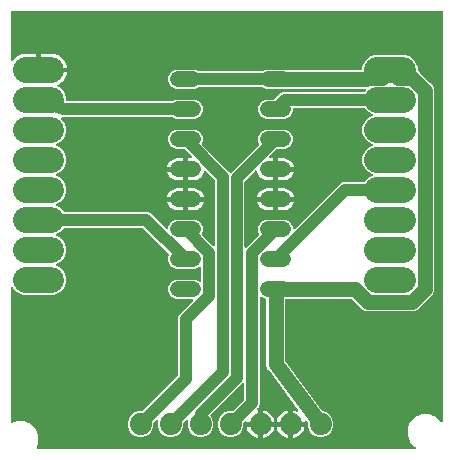
<source format=gbr>
G04 EAGLE Gerber X2 export*
%TF.Part,Single*%
%TF.FileFunction,Copper,L2,Bot,Mixed*%
%TF.FilePolarity,Positive*%
%TF.GenerationSoftware,Autodesk,EAGLE,8.6.0*%
%TF.CreationDate,2018-03-02T20:01:04Z*%
G75*
%MOMM*%
%FSLAX34Y34*%
%LPD*%
%AMOC8*
5,1,8,0,0,1.08239X$1,22.5*%
G01*
%ADD10C,1.320800*%
%ADD11C,1.879600*%
%ADD12C,2.184400*%
%ADD13C,1.016000*%
%ADD14C,1.270000*%

G36*
X340033Y4450D02*
X340033Y4450D01*
X340065Y4448D01*
X340172Y4470D01*
X340281Y4486D01*
X340310Y4499D01*
X340342Y4505D01*
X340438Y4557D01*
X340538Y4602D01*
X340562Y4623D01*
X340591Y4638D01*
X340669Y4714D01*
X340752Y4785D01*
X340770Y4812D01*
X340793Y4835D01*
X340846Y4930D01*
X340906Y5021D01*
X340916Y5052D01*
X340932Y5080D01*
X340957Y5187D01*
X340989Y5291D01*
X340989Y5323D01*
X340997Y5354D01*
X340991Y5464D01*
X340992Y5573D01*
X340984Y5604D01*
X340982Y5636D01*
X340946Y5739D01*
X340917Y5845D01*
X340900Y5872D01*
X340890Y5903D01*
X340836Y5976D01*
X340769Y6085D01*
X340733Y6117D01*
X340708Y6152D01*
X336397Y10462D01*
X334089Y16034D01*
X334089Y22066D01*
X336397Y27638D01*
X340662Y31903D01*
X346234Y34211D01*
X352266Y34211D01*
X357838Y31903D01*
X362098Y27642D01*
X362124Y27623D01*
X362145Y27598D01*
X362237Y27538D01*
X362324Y27473D01*
X362354Y27461D01*
X362381Y27444D01*
X362486Y27412D01*
X362588Y27373D01*
X362620Y27371D01*
X362651Y27361D01*
X362760Y27360D01*
X362869Y27351D01*
X362901Y27358D01*
X362933Y27358D01*
X363038Y27387D01*
X363145Y27409D01*
X363174Y27424D01*
X363205Y27433D01*
X363298Y27490D01*
X363394Y27541D01*
X363417Y27564D01*
X363445Y27581D01*
X363518Y27662D01*
X363596Y27738D01*
X363612Y27766D01*
X363634Y27790D01*
X363681Y27889D01*
X363735Y27984D01*
X363743Y28015D01*
X363757Y28044D01*
X363771Y28133D01*
X363800Y28258D01*
X363798Y28307D01*
X363804Y28349D01*
X363804Y374650D01*
X363795Y374714D01*
X363796Y374778D01*
X363775Y374853D01*
X363764Y374929D01*
X363738Y374988D01*
X363721Y375050D01*
X363680Y375116D01*
X363648Y375186D01*
X363606Y375235D01*
X363573Y375290D01*
X363515Y375342D01*
X363465Y375400D01*
X363411Y375436D01*
X363363Y375479D01*
X363294Y375512D01*
X363229Y375555D01*
X363167Y375574D01*
X363110Y375602D01*
X363040Y375613D01*
X362959Y375637D01*
X362874Y375638D01*
X362805Y375649D01*
X-905Y375649D01*
X-969Y375640D01*
X-1033Y375641D01*
X-1108Y375620D01*
X-1184Y375609D01*
X-1243Y375583D01*
X-1305Y375566D01*
X-1371Y375525D01*
X-1441Y375493D01*
X-1490Y375451D01*
X-1545Y375418D01*
X-1597Y375360D01*
X-1655Y375310D01*
X-1691Y375256D01*
X-1734Y375208D01*
X-1767Y375139D01*
X-1810Y375074D01*
X-1829Y375012D01*
X-1857Y374955D01*
X-1868Y374885D01*
X-1892Y374804D01*
X-1893Y374719D01*
X-1904Y374650D01*
X-1904Y334112D01*
X-1889Y334002D01*
X-1880Y333892D01*
X-1869Y333863D01*
X-1864Y333832D01*
X-1819Y333732D01*
X-1780Y333629D01*
X-1761Y333604D01*
X-1748Y333575D01*
X-1677Y333492D01*
X-1610Y333403D01*
X-1585Y333385D01*
X-1565Y333361D01*
X-1472Y333301D01*
X-1384Y333235D01*
X-1355Y333224D01*
X-1329Y333207D01*
X-1223Y333174D01*
X-1120Y333136D01*
X-1089Y333133D01*
X-1059Y333124D01*
X-949Y333123D01*
X-839Y333114D01*
X-808Y333121D01*
X-777Y333120D01*
X-671Y333150D01*
X-563Y333173D01*
X-535Y333187D01*
X-505Y333196D01*
X-411Y333254D01*
X-314Y333306D01*
X-293Y333327D01*
X-265Y333344D01*
X-160Y333461D01*
X-97Y333524D01*
X409Y334220D01*
X1908Y335719D01*
X3622Y336964D01*
X5510Y337926D01*
X7526Y338581D01*
X9618Y338913D01*
X19601Y338913D01*
X19601Y326450D01*
X19610Y326387D01*
X19609Y326322D01*
X19630Y326248D01*
X19641Y326171D01*
X19667Y326112D01*
X19684Y326050D01*
X19725Y325984D01*
X19757Y325914D01*
X19799Y325865D01*
X19832Y325810D01*
X19890Y325759D01*
X19940Y325700D01*
X19994Y325664D01*
X20042Y325621D01*
X20111Y325588D01*
X20176Y325545D01*
X20238Y325526D01*
X20295Y325498D01*
X20365Y325488D01*
X20446Y325463D01*
X20531Y325462D01*
X20600Y325451D01*
X21601Y325451D01*
X21601Y324450D01*
X21610Y324386D01*
X21609Y324322D01*
X21630Y324247D01*
X21641Y324171D01*
X21667Y324112D01*
X21684Y324050D01*
X21725Y323984D01*
X21757Y323914D01*
X21799Y323865D01*
X21832Y323810D01*
X21890Y323758D01*
X21940Y323700D01*
X21994Y323664D01*
X22042Y323621D01*
X22111Y323588D01*
X22176Y323545D01*
X22238Y323526D01*
X22296Y323498D01*
X22365Y323487D01*
X22446Y323463D01*
X22531Y323462D01*
X22600Y323451D01*
X45836Y323451D01*
X45663Y322361D01*
X45653Y322298D01*
X44998Y320282D01*
X44036Y318394D01*
X42791Y316680D01*
X41292Y315181D01*
X39578Y313936D01*
X37898Y313080D01*
X37870Y313060D01*
X37865Y313058D01*
X37858Y313051D01*
X37788Y313002D01*
X37678Y312927D01*
X37673Y312921D01*
X37667Y312917D01*
X37584Y312813D01*
X37498Y312709D01*
X37495Y312703D01*
X37491Y312697D01*
X37440Y312573D01*
X37387Y312450D01*
X37386Y312443D01*
X37383Y312436D01*
X37369Y312303D01*
X37352Y312170D01*
X37354Y312163D01*
X37353Y312156D01*
X37376Y312024D01*
X37397Y311892D01*
X37401Y311885D01*
X37402Y311878D01*
X37461Y311759D01*
X37518Y311637D01*
X37523Y311632D01*
X37526Y311625D01*
X37617Y311527D01*
X37706Y311426D01*
X37712Y311423D01*
X37717Y311417D01*
X37958Y311271D01*
X37964Y311269D01*
X37969Y311266D01*
X39573Y310602D01*
X43074Y307101D01*
X44969Y302526D01*
X44969Y299704D01*
X44978Y299640D01*
X44977Y299576D01*
X44998Y299501D01*
X45009Y299425D01*
X45035Y299366D01*
X45052Y299304D01*
X45093Y299238D01*
X45125Y299168D01*
X45167Y299119D01*
X45200Y299064D01*
X45258Y299012D01*
X45308Y298954D01*
X45362Y298918D01*
X45410Y298875D01*
X45479Y298842D01*
X45544Y298799D01*
X45606Y298780D01*
X45663Y298752D01*
X45733Y298741D01*
X45814Y298717D01*
X45899Y298716D01*
X45968Y298705D01*
X134141Y298705D01*
X134236Y298718D01*
X134332Y298723D01*
X134375Y298738D01*
X134420Y298745D01*
X134508Y298784D01*
X134599Y298816D01*
X134633Y298841D01*
X134677Y298861D01*
X134774Y298944D01*
X134836Y298989D01*
X137829Y300229D01*
X154271Y300229D01*
X157259Y298991D01*
X159545Y296705D01*
X160783Y293717D01*
X160783Y290483D01*
X159545Y287495D01*
X157259Y285209D01*
X154271Y283971D01*
X137829Y283971D01*
X134837Y285211D01*
X134771Y285260D01*
X134699Y285325D01*
X134659Y285345D01*
X134622Y285372D01*
X134532Y285406D01*
X134446Y285448D01*
X134404Y285454D01*
X134358Y285471D01*
X134231Y285481D01*
X134141Y285495D01*
X42133Y285495D01*
X42122Y285494D01*
X42111Y285495D01*
X41679Y285486D01*
X41658Y285482D01*
X41637Y285484D01*
X41519Y285459D01*
X41401Y285440D01*
X41382Y285430D01*
X41361Y285426D01*
X41255Y285370D01*
X41146Y285318D01*
X41131Y285304D01*
X41112Y285294D01*
X41026Y285210D01*
X40936Y285130D01*
X40925Y285112D01*
X40910Y285097D01*
X40851Y284992D01*
X40787Y284890D01*
X40781Y284870D01*
X40771Y284852D01*
X40743Y284735D01*
X40711Y284619D01*
X40711Y284598D01*
X40706Y284577D01*
X40712Y284457D01*
X40713Y284337D01*
X40719Y284317D01*
X40720Y284295D01*
X40760Y284182D01*
X40794Y284067D01*
X40806Y284049D01*
X40813Y284029D01*
X40866Y283955D01*
X40947Y283830D01*
X40975Y283806D01*
X40994Y283780D01*
X43074Y281701D01*
X44969Y277126D01*
X44969Y272174D01*
X43074Y267599D01*
X39573Y264098D01*
X36615Y262873D01*
X36587Y262857D01*
X36557Y262847D01*
X36466Y262785D01*
X36372Y262730D01*
X36350Y262706D01*
X36324Y262688D01*
X36254Y262604D01*
X36179Y262524D01*
X36165Y262495D01*
X36144Y262470D01*
X36101Y262370D01*
X36052Y262272D01*
X36046Y262241D01*
X36033Y262211D01*
X36020Y262103D01*
X35999Y261995D01*
X36002Y261963D01*
X35998Y261931D01*
X36016Y261823D01*
X36026Y261715D01*
X36038Y261685D01*
X36043Y261653D01*
X36090Y261554D01*
X36131Y261453D01*
X36151Y261427D01*
X36165Y261398D01*
X36237Y261316D01*
X36304Y261230D01*
X36331Y261211D01*
X36352Y261187D01*
X36429Y261140D01*
X36533Y261065D01*
X36579Y261049D01*
X36615Y261027D01*
X39573Y259802D01*
X43074Y256301D01*
X44969Y251726D01*
X44969Y246774D01*
X43074Y242199D01*
X39573Y238698D01*
X36615Y237473D01*
X36587Y237457D01*
X36557Y237447D01*
X36466Y237385D01*
X36372Y237330D01*
X36350Y237306D01*
X36324Y237288D01*
X36254Y237204D01*
X36179Y237124D01*
X36165Y237095D01*
X36144Y237070D01*
X36101Y236970D01*
X36052Y236872D01*
X36046Y236841D01*
X36033Y236811D01*
X36020Y236703D01*
X35999Y236595D01*
X36002Y236563D01*
X35998Y236531D01*
X36016Y236423D01*
X36026Y236315D01*
X36038Y236285D01*
X36043Y236253D01*
X36090Y236154D01*
X36131Y236053D01*
X36151Y236027D01*
X36165Y235998D01*
X36237Y235916D01*
X36304Y235830D01*
X36331Y235811D01*
X36352Y235787D01*
X36429Y235740D01*
X36533Y235665D01*
X36579Y235649D01*
X36615Y235627D01*
X39573Y234402D01*
X43074Y230901D01*
X44969Y226326D01*
X44969Y221374D01*
X43074Y216799D01*
X39573Y213298D01*
X36615Y212073D01*
X36587Y212057D01*
X36557Y212047D01*
X36466Y211985D01*
X36372Y211930D01*
X36350Y211906D01*
X36324Y211888D01*
X36254Y211804D01*
X36179Y211724D01*
X36165Y211695D01*
X36144Y211670D01*
X36101Y211570D01*
X36052Y211472D01*
X36046Y211441D01*
X36033Y211411D01*
X36020Y211303D01*
X35999Y211195D01*
X36002Y211163D01*
X35998Y211131D01*
X36016Y211023D01*
X36026Y210915D01*
X36038Y210885D01*
X36043Y210853D01*
X36090Y210754D01*
X36131Y210653D01*
X36151Y210627D01*
X36165Y210598D01*
X36237Y210516D01*
X36304Y210430D01*
X36331Y210411D01*
X36352Y210387D01*
X36429Y210340D01*
X36533Y210265D01*
X36579Y210249D01*
X36615Y210227D01*
X39573Y209002D01*
X43156Y205418D01*
X43158Y205414D01*
X43175Y205399D01*
X43214Y205360D01*
X43239Y205341D01*
X43256Y205326D01*
X43351Y205237D01*
X43360Y205232D01*
X43368Y205225D01*
X43486Y205168D01*
X43603Y205109D01*
X43613Y205107D01*
X43622Y205102D01*
X43699Y205090D01*
X43880Y205056D01*
X43904Y205058D01*
X43926Y205055D01*
X114014Y205055D01*
X116441Y204049D01*
X129611Y190879D01*
X129637Y190860D01*
X129658Y190835D01*
X129750Y190775D01*
X129837Y190710D01*
X129867Y190698D01*
X129894Y190681D01*
X129999Y190649D01*
X130101Y190610D01*
X130133Y190608D01*
X130164Y190598D01*
X130273Y190597D01*
X130382Y190588D01*
X130414Y190595D01*
X130446Y190595D01*
X130551Y190624D01*
X130658Y190646D01*
X130687Y190661D01*
X130718Y190670D01*
X130811Y190727D01*
X130907Y190779D01*
X130930Y190801D01*
X130958Y190818D01*
X131031Y190899D01*
X131109Y190975D01*
X131125Y191003D01*
X131147Y191027D01*
X131194Y191126D01*
X131248Y191221D01*
X131256Y191252D01*
X131270Y191281D01*
X131284Y191370D01*
X131313Y191495D01*
X131311Y191544D01*
X131317Y191586D01*
X131317Y192117D01*
X132555Y195105D01*
X134841Y197391D01*
X137829Y198629D01*
X154271Y198629D01*
X157259Y197391D01*
X159545Y195105D01*
X160783Y192117D01*
X160783Y188883D01*
X159898Y186748D01*
X159896Y186738D01*
X159891Y186730D01*
X159861Y186601D01*
X159828Y186474D01*
X159828Y186465D01*
X159826Y186456D01*
X159833Y186323D01*
X159837Y186193D01*
X159840Y186184D01*
X159841Y186174D01*
X159884Y186049D01*
X159925Y185924D01*
X159930Y185917D01*
X159933Y185908D01*
X159978Y185846D01*
X160083Y185691D01*
X160102Y185676D01*
X160115Y185659D01*
X169235Y176538D01*
X169261Y176519D01*
X169282Y176494D01*
X169374Y176434D01*
X169461Y176369D01*
X169491Y176357D01*
X169518Y176340D01*
X169623Y176308D01*
X169725Y176269D01*
X169757Y176267D01*
X169788Y176257D01*
X169897Y176256D01*
X170006Y176247D01*
X170038Y176254D01*
X170070Y176254D01*
X170175Y176283D01*
X170282Y176305D01*
X170311Y176320D01*
X170342Y176329D01*
X170435Y176386D01*
X170531Y176437D01*
X170554Y176460D01*
X170582Y176477D01*
X170655Y176558D01*
X170733Y176634D01*
X170749Y176662D01*
X170771Y176686D01*
X170818Y176784D01*
X170872Y176880D01*
X170880Y176911D01*
X170894Y176940D01*
X170908Y177029D01*
X170937Y177154D01*
X170935Y177203D01*
X170941Y177245D01*
X170941Y231937D01*
X170928Y232032D01*
X170923Y232128D01*
X170908Y232171D01*
X170901Y232216D01*
X170862Y232304D01*
X170830Y232395D01*
X170805Y232429D01*
X170785Y232473D01*
X170702Y232571D01*
X170649Y232644D01*
X163302Y239990D01*
X163242Y240035D01*
X163188Y240088D01*
X163130Y240120D01*
X163077Y240160D01*
X163006Y240186D01*
X162939Y240222D01*
X162875Y240236D01*
X162813Y240259D01*
X162737Y240265D01*
X162664Y240281D01*
X162598Y240276D01*
X162532Y240281D01*
X162458Y240265D01*
X162382Y240260D01*
X162320Y240237D01*
X162255Y240223D01*
X162189Y240188D01*
X162118Y240161D01*
X162065Y240122D01*
X162007Y240091D01*
X161952Y240038D01*
X161892Y239993D01*
X161852Y239940D01*
X161804Y239894D01*
X161767Y239828D01*
X161722Y239768D01*
X161702Y239716D01*
X161688Y239693D01*
X161685Y239682D01*
X161665Y239649D01*
X161643Y239553D01*
X161616Y239479D01*
X161447Y238633D01*
X160758Y236968D01*
X159757Y235470D01*
X158484Y234197D01*
X156986Y233196D01*
X155321Y232507D01*
X153555Y232155D01*
X148049Y232155D01*
X148049Y240300D01*
X148041Y240361D01*
X148041Y240397D01*
X148041Y240398D01*
X148041Y240428D01*
X148020Y240502D01*
X148009Y240579D01*
X147983Y240638D01*
X147966Y240700D01*
X147925Y240766D01*
X147893Y240836D01*
X147851Y240885D01*
X147818Y240940D01*
X147760Y240991D01*
X147710Y241050D01*
X147656Y241086D01*
X147608Y241129D01*
X147539Y241162D01*
X147474Y241205D01*
X147412Y241224D01*
X147355Y241252D01*
X147285Y241262D01*
X147204Y241287D01*
X147119Y241288D01*
X147050Y241299D01*
X146049Y241299D01*
X146049Y241301D01*
X147050Y241301D01*
X147114Y241310D01*
X147178Y241309D01*
X147253Y241330D01*
X147329Y241341D01*
X147388Y241367D01*
X147450Y241384D01*
X147516Y241425D01*
X147586Y241457D01*
X147635Y241499D01*
X147690Y241532D01*
X147742Y241590D01*
X147800Y241640D01*
X147836Y241694D01*
X147879Y241742D01*
X147912Y241811D01*
X147955Y241876D01*
X147974Y241938D01*
X148002Y241996D01*
X148012Y242065D01*
X148037Y242146D01*
X148038Y242231D01*
X148049Y242300D01*
X148049Y250445D01*
X150435Y250445D01*
X150467Y250449D01*
X150499Y250447D01*
X150606Y250469D01*
X150715Y250485D01*
X150744Y250498D01*
X150775Y250504D01*
X150872Y250556D01*
X150971Y250601D01*
X150996Y250622D01*
X151024Y250637D01*
X151103Y250713D01*
X151186Y250784D01*
X151203Y250811D01*
X151226Y250834D01*
X151280Y250929D01*
X151340Y251020D01*
X151350Y251051D01*
X151366Y251079D01*
X151391Y251186D01*
X151423Y251290D01*
X151423Y251322D01*
X151430Y251353D01*
X151425Y251463D01*
X151426Y251572D01*
X151418Y251603D01*
X151416Y251635D01*
X151380Y251738D01*
X151351Y251844D01*
X151334Y251871D01*
X151324Y251902D01*
X151270Y251975D01*
X151203Y252084D01*
X151167Y252116D01*
X151142Y252151D01*
X145014Y258279D01*
X144937Y258336D01*
X144866Y258401D01*
X144825Y258421D01*
X144788Y258448D01*
X144698Y258482D01*
X144612Y258524D01*
X144570Y258530D01*
X144524Y258547D01*
X144397Y258557D01*
X144307Y258571D01*
X137829Y258571D01*
X134841Y259809D01*
X132555Y262095D01*
X131317Y265083D01*
X131317Y268317D01*
X132555Y271305D01*
X134841Y273591D01*
X137829Y274829D01*
X154271Y274829D01*
X157259Y273591D01*
X159545Y271305D01*
X160783Y268317D01*
X160783Y265083D01*
X159898Y262948D01*
X159896Y262938D01*
X159891Y262930D01*
X159861Y262801D01*
X159828Y262674D01*
X159828Y262665D01*
X159826Y262656D01*
X159833Y262523D01*
X159837Y262393D01*
X159840Y262384D01*
X159841Y262374D01*
X159884Y262249D01*
X159925Y262124D01*
X159930Y262117D01*
X159933Y262108D01*
X159978Y262046D01*
X160083Y261891D01*
X160102Y261876D01*
X160115Y261859D01*
X181147Y240827D01*
X183164Y238809D01*
X183188Y238770D01*
X183243Y238665D01*
X183259Y238649D01*
X183271Y238629D01*
X183357Y238548D01*
X183440Y238463D01*
X183460Y238452D01*
X183477Y238436D01*
X183582Y238382D01*
X183685Y238324D01*
X183708Y238319D01*
X183728Y238308D01*
X183844Y238286D01*
X183960Y238259D01*
X183983Y238260D01*
X184005Y238256D01*
X184123Y238267D01*
X184242Y238273D01*
X184263Y238281D01*
X184286Y238283D01*
X184396Y238327D01*
X184508Y238366D01*
X184525Y238378D01*
X184548Y238387D01*
X184592Y238422D01*
X184602Y238426D01*
X184647Y238465D01*
X184695Y238502D01*
X184757Y238548D01*
X185629Y239420D01*
X208151Y261941D01*
X208157Y261949D01*
X208164Y261955D01*
X208241Y262062D01*
X208320Y262167D01*
X208324Y262176D01*
X208329Y262184D01*
X208373Y262307D01*
X208420Y262431D01*
X208420Y262440D01*
X208424Y262449D01*
X208431Y262581D01*
X208442Y262712D01*
X208440Y262721D01*
X208440Y262731D01*
X208422Y262806D01*
X208384Y262988D01*
X208373Y263009D01*
X208368Y263030D01*
X207517Y265083D01*
X207517Y268317D01*
X208755Y271305D01*
X211041Y273591D01*
X214029Y274829D01*
X230471Y274829D01*
X233459Y273591D01*
X235745Y271305D01*
X236983Y268317D01*
X236983Y265083D01*
X235745Y262095D01*
X233459Y259809D01*
X230471Y258571D01*
X223876Y258571D01*
X223781Y258558D01*
X223685Y258553D01*
X223641Y258538D01*
X223596Y258531D01*
X223509Y258492D01*
X223418Y258460D01*
X223384Y258435D01*
X223340Y258415D01*
X223242Y258332D01*
X223169Y258279D01*
X217041Y252151D01*
X217022Y252125D01*
X216997Y252104D01*
X216937Y252012D01*
X216872Y251925D01*
X216860Y251895D01*
X216843Y251868D01*
X216811Y251763D01*
X216772Y251661D01*
X216770Y251629D01*
X216760Y251598D01*
X216759Y251489D01*
X216750Y251380D01*
X216757Y251348D01*
X216757Y251316D01*
X216786Y251211D01*
X216808Y251104D01*
X216823Y251075D01*
X216832Y251044D01*
X216889Y250951D01*
X216941Y250855D01*
X216963Y250832D01*
X216980Y250804D01*
X217061Y250731D01*
X217137Y250653D01*
X217165Y250637D01*
X217189Y250615D01*
X217288Y250568D01*
X217383Y250514D01*
X217414Y250506D01*
X217443Y250492D01*
X217532Y250478D01*
X217657Y250449D01*
X217706Y250451D01*
X217748Y250445D01*
X220251Y250445D01*
X220251Y242300D01*
X220260Y242237D01*
X220259Y242172D01*
X220280Y242098D01*
X220291Y242021D01*
X220317Y241962D01*
X220334Y241900D01*
X220375Y241834D01*
X220407Y241764D01*
X220449Y241715D01*
X220482Y241660D01*
X220540Y241609D01*
X220590Y241550D01*
X220644Y241514D01*
X220692Y241471D01*
X220761Y241438D01*
X220826Y241395D01*
X220888Y241376D01*
X220945Y241348D01*
X221015Y241338D01*
X221096Y241313D01*
X221181Y241312D01*
X221250Y241301D01*
X222251Y241301D01*
X222251Y241299D01*
X221250Y241299D01*
X221186Y241290D01*
X221122Y241291D01*
X221047Y241270D01*
X220971Y241259D01*
X220912Y241233D01*
X220850Y241216D01*
X220784Y241175D01*
X220714Y241143D01*
X220665Y241101D01*
X220610Y241068D01*
X220558Y241010D01*
X220500Y240960D01*
X220464Y240906D01*
X220421Y240858D01*
X220388Y240789D01*
X220345Y240724D01*
X220326Y240662D01*
X220298Y240604D01*
X220287Y240535D01*
X220263Y240454D01*
X220262Y240369D01*
X220251Y240300D01*
X220251Y232155D01*
X214745Y232155D01*
X212979Y232507D01*
X211314Y233196D01*
X209816Y234197D01*
X208543Y235470D01*
X207542Y236968D01*
X206853Y238633D01*
X206665Y239576D01*
X206640Y239648D01*
X206624Y239721D01*
X206593Y239780D01*
X206571Y239842D01*
X206527Y239904D01*
X206492Y239970D01*
X206446Y240018D01*
X206407Y240072D01*
X206348Y240118D01*
X206295Y240172D01*
X206238Y240205D01*
X206186Y240246D01*
X206116Y240274D01*
X206050Y240311D01*
X205986Y240327D01*
X205924Y240351D01*
X205849Y240359D01*
X205775Y240376D01*
X205709Y240373D01*
X205643Y240380D01*
X205569Y240366D01*
X205494Y240362D01*
X205431Y240340D01*
X205366Y240328D01*
X205299Y240294D01*
X205227Y240270D01*
X205178Y240234D01*
X205114Y240202D01*
X205042Y240134D01*
X204978Y240088D01*
X196127Y231237D01*
X196070Y231160D01*
X196005Y231089D01*
X195985Y231048D01*
X195958Y231011D01*
X195924Y230921D01*
X195882Y230835D01*
X195876Y230793D01*
X195859Y230747D01*
X195849Y230620D01*
X195835Y230530D01*
X195835Y175721D01*
X195839Y175689D01*
X195837Y175657D01*
X195859Y175550D01*
X195875Y175441D01*
X195888Y175412D01*
X195894Y175380D01*
X195946Y175284D01*
X195991Y175184D01*
X196012Y175160D01*
X196027Y175131D01*
X196103Y175053D01*
X196174Y174970D01*
X196201Y174952D01*
X196224Y174929D01*
X196319Y174876D01*
X196410Y174816D01*
X196441Y174806D01*
X196469Y174790D01*
X196575Y174765D01*
X196680Y174733D01*
X196712Y174733D01*
X196743Y174725D01*
X196853Y174731D01*
X196962Y174730D01*
X196993Y174738D01*
X197025Y174740D01*
X197128Y174776D01*
X197234Y174805D01*
X197261Y174822D01*
X197292Y174832D01*
X197365Y174886D01*
X197474Y174953D01*
X197506Y174989D01*
X197541Y175014D01*
X198837Y176311D01*
X208185Y185659D01*
X208191Y185666D01*
X208198Y185672D01*
X208276Y185779D01*
X208355Y185884D01*
X208358Y185893D01*
X208363Y185901D01*
X208407Y186024D01*
X208454Y186148D01*
X208455Y186158D01*
X208458Y186167D01*
X208466Y186298D01*
X208476Y186429D01*
X208474Y186439D01*
X208474Y186448D01*
X208456Y186523D01*
X208418Y186705D01*
X208407Y186727D01*
X208402Y186748D01*
X207517Y188883D01*
X207517Y192117D01*
X208755Y195105D01*
X211041Y197391D01*
X214029Y198629D01*
X230471Y198629D01*
X233459Y197391D01*
X235745Y195105D01*
X236983Y192117D01*
X236983Y191586D01*
X236987Y191554D01*
X236985Y191522D01*
X237007Y191415D01*
X237023Y191306D01*
X237036Y191277D01*
X237042Y191245D01*
X237094Y191149D01*
X237139Y191049D01*
X237160Y191025D01*
X237175Y190997D01*
X237251Y190918D01*
X237322Y190835D01*
X237349Y190818D01*
X237372Y190794D01*
X237467Y190741D01*
X237558Y190681D01*
X237589Y190671D01*
X237617Y190655D01*
X237724Y190630D01*
X237828Y190598D01*
X237860Y190598D01*
X237891Y190590D01*
X238001Y190596D01*
X238110Y190595D01*
X238141Y190603D01*
X238173Y190605D01*
X238276Y190641D01*
X238382Y190670D01*
X238409Y190687D01*
X238440Y190697D01*
X238513Y190751D01*
X238622Y190818D01*
X238654Y190854D01*
X238689Y190879D01*
X275260Y227451D01*
X277259Y229449D01*
X279686Y230455D01*
X296774Y230455D01*
X296784Y230456D01*
X296794Y230455D01*
X296924Y230476D01*
X297053Y230495D01*
X297062Y230499D01*
X297072Y230500D01*
X297191Y230557D01*
X297310Y230611D01*
X297318Y230617D01*
X297327Y230622D01*
X297425Y230709D01*
X297477Y230754D01*
X297486Y230760D01*
X297493Y230767D01*
X297524Y230794D01*
X297530Y230803D01*
X297537Y230809D01*
X297541Y230815D01*
X301127Y234402D01*
X304085Y235627D01*
X304113Y235643D01*
X304143Y235653D01*
X304234Y235715D01*
X304328Y235770D01*
X304350Y235794D01*
X304376Y235812D01*
X304446Y235896D01*
X304521Y235976D01*
X304535Y236005D01*
X304556Y236030D01*
X304599Y236130D01*
X304648Y236228D01*
X304654Y236259D01*
X304667Y236289D01*
X304680Y236397D01*
X304701Y236505D01*
X304698Y236537D01*
X304702Y236569D01*
X304684Y236677D01*
X304674Y236785D01*
X304662Y236815D01*
X304657Y236847D01*
X304610Y236946D01*
X304569Y237047D01*
X304549Y237073D01*
X304535Y237102D01*
X304463Y237184D01*
X304396Y237270D01*
X304369Y237289D01*
X304348Y237313D01*
X304271Y237360D01*
X304167Y237435D01*
X304121Y237451D01*
X304085Y237473D01*
X301127Y238698D01*
X297626Y242199D01*
X295731Y246774D01*
X295731Y251726D01*
X297626Y256301D01*
X301127Y259802D01*
X304085Y261027D01*
X304113Y261043D01*
X304143Y261053D01*
X304234Y261115D01*
X304328Y261170D01*
X304350Y261194D01*
X304376Y261212D01*
X304446Y261296D01*
X304521Y261376D01*
X304535Y261405D01*
X304556Y261430D01*
X304599Y261530D01*
X304648Y261628D01*
X304654Y261659D01*
X304667Y261689D01*
X304680Y261797D01*
X304701Y261905D01*
X304698Y261937D01*
X304702Y261969D01*
X304684Y262077D01*
X304674Y262185D01*
X304662Y262215D01*
X304657Y262247D01*
X304610Y262346D01*
X304569Y262447D01*
X304549Y262473D01*
X304535Y262502D01*
X304463Y262584D01*
X304396Y262670D01*
X304369Y262689D01*
X304348Y262713D01*
X304271Y262760D01*
X304167Y262835D01*
X304121Y262851D01*
X304085Y262873D01*
X301127Y264098D01*
X297626Y267599D01*
X295731Y272174D01*
X295731Y277126D01*
X297626Y281701D01*
X301127Y285202D01*
X304085Y286427D01*
X304113Y286443D01*
X304143Y286453D01*
X304234Y286515D01*
X304328Y286570D01*
X304350Y286594D01*
X304376Y286612D01*
X304446Y286696D01*
X304521Y286776D01*
X304535Y286805D01*
X304556Y286830D01*
X304599Y286930D01*
X304648Y287028D01*
X304654Y287059D01*
X304667Y287089D01*
X304680Y287197D01*
X304701Y287305D01*
X304698Y287337D01*
X304702Y287369D01*
X304684Y287477D01*
X304674Y287585D01*
X304662Y287615D01*
X304657Y287647D01*
X304610Y287746D01*
X304569Y287847D01*
X304549Y287873D01*
X304535Y287902D01*
X304463Y287984D01*
X304396Y288070D01*
X304369Y288089D01*
X304348Y288113D01*
X304271Y288160D01*
X304167Y288235D01*
X304121Y288251D01*
X304085Y288273D01*
X301127Y289498D01*
X297544Y293082D01*
X297542Y293086D01*
X297525Y293101D01*
X297486Y293140D01*
X297461Y293159D01*
X297444Y293174D01*
X297349Y293263D01*
X297340Y293268D01*
X297332Y293275D01*
X297214Y293332D01*
X297097Y293391D01*
X297087Y293393D01*
X297078Y293398D01*
X297001Y293410D01*
X296820Y293444D01*
X296796Y293442D01*
X296774Y293445D01*
X237982Y293445D01*
X237918Y293436D01*
X237854Y293437D01*
X237779Y293416D01*
X237703Y293405D01*
X237644Y293379D01*
X237582Y293362D01*
X237516Y293321D01*
X237446Y293289D01*
X237397Y293247D01*
X237342Y293214D01*
X237290Y293156D01*
X237232Y293106D01*
X237196Y293052D01*
X237153Y293004D01*
X237120Y292935D01*
X237077Y292870D01*
X237058Y292808D01*
X237030Y292751D01*
X237019Y292681D01*
X236995Y292600D01*
X236994Y292515D01*
X236983Y292446D01*
X236983Y290483D01*
X235745Y287495D01*
X233459Y285209D01*
X230471Y283971D01*
X214029Y283971D01*
X211041Y285209D01*
X208755Y287495D01*
X207517Y290483D01*
X207517Y293717D01*
X208755Y296705D01*
X211041Y298991D01*
X214029Y300229D01*
X220624Y300229D01*
X220719Y300242D01*
X220815Y300247D01*
X220859Y300262D01*
X220904Y300269D01*
X220991Y300308D01*
X221082Y300340D01*
X221116Y300365D01*
X221160Y300385D01*
X221258Y300468D01*
X221331Y300521D01*
X226459Y305649D01*
X228886Y306655D01*
X296774Y306655D01*
X296784Y306656D01*
X296794Y306655D01*
X296924Y306676D01*
X297053Y306695D01*
X297062Y306699D01*
X297072Y306700D01*
X297191Y306757D01*
X297310Y306811D01*
X297318Y306817D01*
X297327Y306822D01*
X297425Y306909D01*
X297477Y306954D01*
X297486Y306960D01*
X297493Y306968D01*
X297524Y306994D01*
X297530Y307003D01*
X297537Y307009D01*
X297541Y307015D01*
X298445Y307919D01*
X298464Y307945D01*
X298489Y307966D01*
X298549Y308058D01*
X298614Y308145D01*
X298626Y308175D01*
X298643Y308202D01*
X298675Y308307D01*
X298714Y308409D01*
X298716Y308441D01*
X298726Y308472D01*
X298727Y308581D01*
X298736Y308690D01*
X298729Y308722D01*
X298730Y308754D01*
X298700Y308859D01*
X298678Y308966D01*
X298663Y308995D01*
X298654Y309026D01*
X298597Y309119D01*
X298546Y309215D01*
X298523Y309238D01*
X298506Y309266D01*
X298425Y309339D01*
X298349Y309417D01*
X298321Y309433D01*
X298297Y309455D01*
X298199Y309502D01*
X298104Y309556D01*
X298072Y309564D01*
X298043Y309578D01*
X297954Y309592D01*
X297829Y309621D01*
X297781Y309619D01*
X297739Y309625D01*
X231283Y309625D01*
X231242Y309619D01*
X231200Y309622D01*
X231116Y309602D01*
X231004Y309585D01*
X230950Y309561D01*
X230900Y309549D01*
X230471Y309371D01*
X214029Y309371D01*
X211037Y310611D01*
X210971Y310660D01*
X210899Y310725D01*
X210858Y310745D01*
X210822Y310772D01*
X210732Y310806D01*
X210646Y310848D01*
X210604Y310854D01*
X210558Y310871D01*
X210431Y310881D01*
X210341Y310895D01*
X157959Y310895D01*
X157864Y310882D01*
X157768Y310877D01*
X157725Y310862D01*
X157680Y310855D01*
X157592Y310816D01*
X157501Y310784D01*
X157467Y310759D01*
X157423Y310739D01*
X157325Y310656D01*
X157264Y310611D01*
X154271Y309371D01*
X137829Y309371D01*
X134841Y310609D01*
X132555Y312895D01*
X131317Y315883D01*
X131317Y319117D01*
X132555Y322105D01*
X134841Y324391D01*
X137829Y325629D01*
X154271Y325629D01*
X157263Y324389D01*
X157329Y324340D01*
X157401Y324275D01*
X157442Y324255D01*
X157478Y324228D01*
X157568Y324194D01*
X157654Y324152D01*
X157696Y324146D01*
X157742Y324129D01*
X157869Y324119D01*
X157959Y324105D01*
X210341Y324105D01*
X210436Y324118D01*
X210532Y324123D01*
X210575Y324138D01*
X210620Y324145D01*
X210708Y324184D01*
X210799Y324216D01*
X210833Y324241D01*
X210877Y324261D01*
X210975Y324344D01*
X211036Y324389D01*
X214029Y325629D01*
X230471Y325629D01*
X230900Y325451D01*
X230941Y325440D01*
X230978Y325422D01*
X231063Y325409D01*
X231174Y325381D01*
X231232Y325383D01*
X231283Y325375D01*
X294732Y325375D01*
X294796Y325384D01*
X294860Y325383D01*
X294935Y325404D01*
X295011Y325415D01*
X295070Y325441D01*
X295132Y325458D01*
X295198Y325499D01*
X295268Y325531D01*
X295317Y325573D01*
X295372Y325606D01*
X295424Y325664D01*
X295482Y325714D01*
X295518Y325768D01*
X295561Y325816D01*
X295594Y325885D01*
X295637Y325950D01*
X295656Y326012D01*
X295684Y326069D01*
X295695Y326139D01*
X295719Y326220D01*
X295720Y326305D01*
X295731Y326374D01*
X295731Y327926D01*
X297626Y332501D01*
X301127Y336002D01*
X305702Y337897D01*
X332498Y337897D01*
X337073Y336002D01*
X340574Y332501D01*
X342469Y327926D01*
X342469Y325735D01*
X342482Y325640D01*
X342487Y325544D01*
X342502Y325501D01*
X342509Y325456D01*
X342548Y325368D01*
X342580Y325278D01*
X342605Y325243D01*
X342625Y325199D01*
X342708Y325102D01*
X342761Y325029D01*
X344624Y323166D01*
X353138Y314652D01*
X355494Y312296D01*
X356693Y309402D01*
X356693Y138298D01*
X355494Y135404D01*
X353138Y133048D01*
X344624Y124534D01*
X342268Y122178D01*
X339374Y120979D01*
X298826Y120979D01*
X295932Y122178D01*
X286577Y131533D01*
X286501Y131590D01*
X286429Y131655D01*
X286388Y131675D01*
X286352Y131702D01*
X286262Y131736D01*
X286175Y131778D01*
X286133Y131784D01*
X286088Y131801D01*
X285960Y131811D01*
X285871Y131825D01*
X231283Y131825D01*
X231242Y131819D01*
X231200Y131822D01*
X231116Y131802D01*
X231004Y131785D01*
X230950Y131761D01*
X230901Y131749D01*
X230742Y131683D01*
X230733Y131679D01*
X230724Y131676D01*
X230612Y131607D01*
X230499Y131540D01*
X230492Y131533D01*
X230484Y131528D01*
X230396Y131430D01*
X230306Y131334D01*
X230302Y131326D01*
X230295Y131319D01*
X230238Y131200D01*
X230178Y131083D01*
X230176Y131073D01*
X230172Y131065D01*
X230160Y130988D01*
X230126Y130806D01*
X230128Y130782D01*
X230125Y130760D01*
X230125Y79158D01*
X230128Y79133D01*
X230126Y79107D01*
X230148Y78994D01*
X230165Y78879D01*
X230175Y78856D01*
X230180Y78831D01*
X230223Y78750D01*
X230281Y78622D01*
X230307Y78591D01*
X230325Y78558D01*
X261702Y36722D01*
X261720Y36704D01*
X261733Y36682D01*
X261819Y36605D01*
X261901Y36523D01*
X261923Y36511D01*
X261943Y36493D01*
X262047Y36443D01*
X262148Y36387D01*
X262173Y36382D01*
X262196Y36370D01*
X262287Y36356D01*
X262423Y36326D01*
X262465Y36328D01*
X262501Y36323D01*
X262523Y36323D01*
X266537Y34660D01*
X269610Y31587D01*
X271273Y27573D01*
X271273Y23227D01*
X269610Y19213D01*
X266537Y16140D01*
X262523Y14477D01*
X258177Y14477D01*
X254163Y16140D01*
X251090Y19213D01*
X249427Y23227D01*
X249427Y26506D01*
X249424Y26531D01*
X249426Y26557D01*
X249404Y26670D01*
X249387Y26785D01*
X249377Y26808D01*
X249372Y26833D01*
X249329Y26915D01*
X249271Y27042D01*
X249245Y27073D01*
X249227Y27106D01*
X248525Y28042D01*
X248512Y28055D01*
X248504Y28068D01*
X248490Y28081D01*
X248475Y28104D01*
X248398Y28170D01*
X248326Y28241D01*
X248291Y28261D01*
X248260Y28287D01*
X248168Y28328D01*
X248079Y28377D01*
X248039Y28386D01*
X248003Y28402D01*
X247902Y28416D01*
X247803Y28439D01*
X247763Y28436D01*
X247724Y28442D01*
X247623Y28427D01*
X247522Y28421D01*
X247484Y28407D01*
X247444Y28401D01*
X247352Y28359D01*
X247257Y28325D01*
X247224Y28301D01*
X247188Y28284D01*
X247111Y28218D01*
X247029Y28158D01*
X247004Y28127D01*
X246974Y28100D01*
X246918Y28015D01*
X246857Y27935D01*
X246842Y27898D01*
X246820Y27864D01*
X246791Y27767D01*
X246753Y27673D01*
X246750Y27633D01*
X246738Y27594D01*
X246738Y27507D01*
X246728Y27399D01*
X236949Y27399D01*
X236949Y37171D01*
X237746Y37045D01*
X239533Y36464D01*
X240027Y36212D01*
X240079Y36194D01*
X240128Y36168D01*
X240212Y36149D01*
X240294Y36121D01*
X240349Y36119D01*
X240403Y36106D01*
X240489Y36112D01*
X240575Y36108D01*
X240629Y36121D01*
X240684Y36124D01*
X240766Y36154D01*
X240850Y36174D01*
X240898Y36202D01*
X240950Y36220D01*
X241019Y36271D01*
X241094Y36314D01*
X241133Y36354D01*
X241177Y36387D01*
X241230Y36455D01*
X241290Y36517D01*
X241316Y36566D01*
X241350Y36610D01*
X241381Y36690D01*
X241422Y36767D01*
X241433Y36821D01*
X241453Y36872D01*
X241461Y36958D01*
X241478Y37043D01*
X241473Y37098D01*
X241478Y37153D01*
X241462Y37238D01*
X241455Y37324D01*
X241435Y37376D01*
X241425Y37430D01*
X241388Y37498D01*
X241354Y37588D01*
X241309Y37647D01*
X241280Y37702D01*
X216329Y70971D01*
X216285Y71014D01*
X216272Y71036D01*
X216256Y71050D01*
X216236Y71078D01*
X215574Y71739D01*
X215403Y72153D01*
X215321Y72292D01*
X215279Y72370D01*
X215010Y72728D01*
X214778Y73635D01*
X214749Y73706D01*
X214733Y73769D01*
X214375Y74634D01*
X214375Y75081D01*
X214353Y75241D01*
X214344Y75329D01*
X214233Y75763D01*
X214365Y76689D01*
X214365Y76767D01*
X214375Y76831D01*
X214375Y130760D01*
X214374Y130770D01*
X214375Y130779D01*
X214354Y130909D01*
X214335Y131039D01*
X214332Y131048D01*
X214330Y131057D01*
X214273Y131177D01*
X214219Y131296D01*
X214213Y131304D01*
X214209Y131312D01*
X214121Y131411D01*
X214036Y131511D01*
X214028Y131516D01*
X214022Y131523D01*
X213956Y131563D01*
X213800Y131665D01*
X213777Y131672D01*
X213758Y131683D01*
X211041Y132809D01*
X210749Y133102D01*
X210723Y133121D01*
X210702Y133146D01*
X210610Y133205D01*
X210523Y133271D01*
X210493Y133282D01*
X210466Y133300D01*
X210361Y133332D01*
X210259Y133370D01*
X210227Y133373D01*
X210196Y133382D01*
X210087Y133384D01*
X209978Y133392D01*
X209946Y133386D01*
X209914Y133386D01*
X209809Y133357D01*
X209702Y133335D01*
X209673Y133320D01*
X209642Y133311D01*
X209549Y133253D01*
X209453Y133202D01*
X209430Y133180D01*
X209402Y133163D01*
X209329Y133082D01*
X209251Y133005D01*
X209235Y132977D01*
X209213Y132953D01*
X209166Y132855D01*
X209112Y132760D01*
X209104Y132729D01*
X209090Y132700D01*
X209076Y132610D01*
X209047Y132486D01*
X209049Y132437D01*
X209043Y132395D01*
X209043Y42374D01*
X208037Y39947D01*
X207005Y38915D01*
X206939Y38826D01*
X206867Y38742D01*
X206855Y38714D01*
X206836Y38689D01*
X206797Y38586D01*
X206752Y38485D01*
X206747Y38454D01*
X206736Y38425D01*
X206728Y38315D01*
X206713Y38206D01*
X206717Y38175D01*
X206715Y38144D01*
X206737Y38036D01*
X206753Y37927D01*
X206766Y37898D01*
X206772Y37868D01*
X206824Y37770D01*
X206870Y37670D01*
X206890Y37647D01*
X206905Y37619D01*
X206982Y37540D01*
X207054Y37456D01*
X207080Y37439D01*
X207101Y37417D01*
X207198Y37362D01*
X207290Y37302D01*
X207320Y37293D01*
X207347Y37278D01*
X207454Y37252D01*
X207551Y37223D01*
X207551Y27399D01*
X197724Y27399D01*
X197704Y27470D01*
X197681Y27578D01*
X197667Y27606D01*
X197659Y27636D01*
X197601Y27730D01*
X197549Y27827D01*
X197527Y27850D01*
X197511Y27876D01*
X197429Y27950D01*
X197352Y28029D01*
X197325Y28045D01*
X197302Y28066D01*
X197203Y28114D01*
X197107Y28168D01*
X197077Y28176D01*
X197049Y28189D01*
X196940Y28208D01*
X196832Y28233D01*
X196801Y28232D01*
X196771Y28237D01*
X196661Y28225D01*
X196551Y28219D01*
X196521Y28209D01*
X196490Y28205D01*
X196388Y28163D01*
X196284Y28127D01*
X196261Y28109D01*
X196230Y28097D01*
X196108Y27998D01*
X196035Y27945D01*
X195365Y27275D01*
X195308Y27198D01*
X195243Y27127D01*
X195223Y27086D01*
X195196Y27049D01*
X195162Y26959D01*
X195120Y26873D01*
X195114Y26831D01*
X195097Y26785D01*
X195087Y26658D01*
X195073Y26568D01*
X195073Y23227D01*
X193410Y19213D01*
X190337Y16140D01*
X186323Y14477D01*
X181977Y14477D01*
X177963Y16140D01*
X174890Y19213D01*
X173227Y23227D01*
X173227Y27573D01*
X174890Y31587D01*
X177963Y34660D01*
X181977Y36323D01*
X185318Y36323D01*
X185413Y36336D01*
X185509Y36341D01*
X185553Y36356D01*
X185598Y36363D01*
X185685Y36402D01*
X185776Y36434D01*
X185810Y36459D01*
X185854Y36479D01*
X185952Y36562D01*
X186025Y36615D01*
X195541Y46131D01*
X195598Y46208D01*
X195663Y46279D01*
X195683Y46320D01*
X195710Y46357D01*
X195744Y46447D01*
X195786Y46533D01*
X195792Y46575D01*
X195809Y46621D01*
X195819Y46748D01*
X195833Y46838D01*
X195833Y59607D01*
X195829Y59639D01*
X195831Y59671D01*
X195809Y59778D01*
X195793Y59886D01*
X195780Y59915D01*
X195774Y59947D01*
X195722Y60043D01*
X195677Y60143D01*
X195656Y60167D01*
X195641Y60196D01*
X195565Y60274D01*
X195494Y60357D01*
X195467Y60375D01*
X195444Y60398D01*
X195349Y60452D01*
X195258Y60512D01*
X195227Y60521D01*
X195199Y60537D01*
X195092Y60562D01*
X194988Y60594D01*
X194956Y60594D01*
X194925Y60602D01*
X194815Y60596D01*
X194706Y60598D01*
X194675Y60589D01*
X194643Y60587D01*
X194540Y60552D01*
X194434Y60523D01*
X194407Y60506D01*
X194376Y60495D01*
X194303Y60442D01*
X194194Y60374D01*
X194162Y60338D01*
X194127Y60313D01*
X167412Y33598D01*
X167374Y33547D01*
X167328Y33502D01*
X167289Y33434D01*
X167243Y33372D01*
X167220Y33312D01*
X167189Y33256D01*
X167171Y33181D01*
X167143Y33109D01*
X167138Y33045D01*
X167124Y32982D01*
X167128Y32904D01*
X167122Y32827D01*
X167135Y32764D01*
X167138Y32700D01*
X167163Y32627D01*
X167179Y32551D01*
X167209Y32495D01*
X167230Y32434D01*
X167272Y32377D01*
X167312Y32302D01*
X167371Y32242D01*
X167412Y32185D01*
X168010Y31587D01*
X169673Y27573D01*
X169673Y23227D01*
X168010Y19213D01*
X164937Y16140D01*
X160923Y14477D01*
X156577Y14477D01*
X152563Y16140D01*
X149490Y19213D01*
X147827Y23227D01*
X147827Y27573D01*
X148001Y27992D01*
X148022Y28076D01*
X148053Y28157D01*
X148057Y28212D01*
X148071Y28265D01*
X148068Y28351D01*
X148075Y28438D01*
X148064Y28492D01*
X148062Y28547D01*
X148035Y28629D01*
X148017Y28714D01*
X147991Y28762D01*
X147974Y28815D01*
X147925Y28887D01*
X147885Y28963D01*
X147846Y29002D01*
X147815Y29048D01*
X147748Y29103D01*
X147688Y29165D01*
X147640Y29192D01*
X147598Y29227D01*
X147518Y29261D01*
X147443Y29304D01*
X147389Y29317D01*
X147339Y29338D01*
X147253Y29349D01*
X147168Y29369D01*
X147113Y29366D01*
X147059Y29373D01*
X146973Y29359D01*
X146886Y29355D01*
X146835Y29337D01*
X146780Y29328D01*
X146702Y29291D01*
X146620Y29262D01*
X146579Y29232D01*
X146526Y29207D01*
X146441Y29131D01*
X146371Y29080D01*
X144565Y27275D01*
X144508Y27198D01*
X144443Y27127D01*
X144423Y27086D01*
X144396Y27049D01*
X144362Y26959D01*
X144320Y26873D01*
X144314Y26831D01*
X144297Y26785D01*
X144287Y26658D01*
X144273Y26568D01*
X144273Y23227D01*
X142610Y19213D01*
X139537Y16140D01*
X135523Y14477D01*
X131177Y14477D01*
X127163Y16140D01*
X124090Y19213D01*
X122427Y23227D01*
X122427Y27573D01*
X122601Y27992D01*
X122622Y28076D01*
X122653Y28157D01*
X122657Y28212D01*
X122671Y28265D01*
X122668Y28351D01*
X122675Y28438D01*
X122664Y28492D01*
X122662Y28547D01*
X122635Y28629D01*
X122617Y28714D01*
X122591Y28762D01*
X122574Y28815D01*
X122525Y28887D01*
X122485Y28963D01*
X122446Y29002D01*
X122415Y29048D01*
X122348Y29103D01*
X122288Y29165D01*
X122240Y29192D01*
X122198Y29227D01*
X122118Y29261D01*
X122043Y29304D01*
X121989Y29317D01*
X121939Y29338D01*
X121853Y29349D01*
X121768Y29369D01*
X121713Y29366D01*
X121659Y29373D01*
X121573Y29359D01*
X121486Y29355D01*
X121435Y29337D01*
X121380Y29328D01*
X121302Y29291D01*
X121220Y29262D01*
X121179Y29232D01*
X121126Y29207D01*
X121041Y29131D01*
X120971Y29080D01*
X119165Y27275D01*
X119108Y27198D01*
X119043Y27127D01*
X119023Y27086D01*
X118996Y27049D01*
X118962Y26959D01*
X118920Y26873D01*
X118914Y26831D01*
X118897Y26785D01*
X118887Y26658D01*
X118873Y26568D01*
X118873Y23227D01*
X117210Y19213D01*
X114137Y16140D01*
X110123Y14477D01*
X105777Y14477D01*
X101763Y16140D01*
X98690Y19213D01*
X97027Y23227D01*
X97027Y27573D01*
X98690Y31587D01*
X101763Y34660D01*
X105777Y36323D01*
X109118Y36323D01*
X109213Y36336D01*
X109309Y36341D01*
X109353Y36356D01*
X109398Y36363D01*
X109485Y36402D01*
X109576Y36434D01*
X109610Y36459D01*
X109654Y36479D01*
X109752Y36562D01*
X109825Y36615D01*
X139153Y65943D01*
X139210Y66020D01*
X139275Y66091D01*
X139295Y66132D01*
X139322Y66169D01*
X139356Y66259D01*
X139398Y66345D01*
X139404Y66387D01*
X139421Y66433D01*
X139431Y66560D01*
X139445Y66650D01*
X139445Y115731D01*
X140451Y118158D01*
X152158Y129865D01*
X152177Y129891D01*
X152202Y129912D01*
X152262Y130004D01*
X152327Y130091D01*
X152339Y130121D01*
X152356Y130148D01*
X152388Y130253D01*
X152427Y130355D01*
X152429Y130387D01*
X152439Y130418D01*
X152440Y130527D01*
X152448Y130636D01*
X152442Y130668D01*
X152442Y130700D01*
X152413Y130805D01*
X152391Y130912D01*
X152376Y130941D01*
X152367Y130972D01*
X152310Y131065D01*
X152258Y131161D01*
X152236Y131184D01*
X152219Y131212D01*
X152138Y131285D01*
X152062Y131363D01*
X152034Y131379D01*
X152010Y131401D01*
X151911Y131448D01*
X151816Y131502D01*
X151785Y131510D01*
X151756Y131524D01*
X151667Y131538D01*
X151542Y131567D01*
X151493Y131565D01*
X151451Y131571D01*
X137829Y131571D01*
X134841Y132809D01*
X132555Y135095D01*
X131317Y138083D01*
X131317Y141317D01*
X132555Y144305D01*
X134841Y146591D01*
X137829Y147829D01*
X154271Y147829D01*
X157259Y146591D01*
X157551Y146298D01*
X157577Y146279D01*
X157598Y146254D01*
X157690Y146195D01*
X157777Y146129D01*
X157807Y146118D01*
X157834Y146100D01*
X157939Y146068D01*
X158041Y146030D01*
X158073Y146027D01*
X158104Y146018D01*
X158213Y146016D01*
X158322Y146008D01*
X158354Y146014D01*
X158386Y146014D01*
X158491Y146043D01*
X158598Y146065D01*
X158627Y146080D01*
X158658Y146089D01*
X158751Y146147D01*
X158847Y146198D01*
X158870Y146220D01*
X158898Y146237D01*
X158971Y146318D01*
X159049Y146395D01*
X159065Y146423D01*
X159087Y146447D01*
X159134Y146545D01*
X159188Y146640D01*
X159196Y146671D01*
X159210Y146700D01*
X159224Y146790D01*
X159253Y146914D01*
X159251Y146963D01*
X159257Y147005D01*
X159257Y157795D01*
X159253Y157827D01*
X159255Y157859D01*
X159233Y157966D01*
X159217Y158074D01*
X159204Y158104D01*
X159198Y158135D01*
X159146Y158232D01*
X159101Y158331D01*
X159080Y158356D01*
X159065Y158384D01*
X158989Y158463D01*
X158918Y158546D01*
X158891Y158563D01*
X158868Y158586D01*
X158773Y158640D01*
X158682Y158700D01*
X158651Y158709D01*
X158623Y158725D01*
X158517Y158750D01*
X158412Y158782D01*
X158380Y158783D01*
X158348Y158790D01*
X158239Y158785D01*
X158130Y158786D01*
X158099Y158778D01*
X158067Y158776D01*
X157964Y158740D01*
X157858Y158711D01*
X157831Y158694D01*
X157800Y158683D01*
X157727Y158630D01*
X157618Y158563D01*
X157586Y158527D01*
X157551Y158502D01*
X157259Y158209D01*
X154271Y156971D01*
X137829Y156971D01*
X134841Y158209D01*
X132555Y160495D01*
X131317Y163483D01*
X131317Y166717D01*
X132168Y168770D01*
X132170Y168779D01*
X132175Y168787D01*
X132205Y168916D01*
X132238Y169043D01*
X132237Y169052D01*
X132240Y169061D01*
X132233Y169194D01*
X132229Y169325D01*
X132226Y169334D01*
X132225Y169343D01*
X132182Y169468D01*
X132141Y169593D01*
X132136Y169601D01*
X132133Y169610D01*
X132087Y169672D01*
X131982Y169826D01*
X131964Y169841D01*
X131951Y169859D01*
X110257Y191553D01*
X110180Y191610D01*
X110109Y191675D01*
X110068Y191695D01*
X110031Y191722D01*
X109941Y191756D01*
X109855Y191798D01*
X109813Y191804D01*
X109767Y191821D01*
X109640Y191831D01*
X109550Y191845D01*
X43926Y191845D01*
X43916Y191844D01*
X43906Y191845D01*
X43776Y191824D01*
X43647Y191805D01*
X43638Y191801D01*
X43628Y191800D01*
X43509Y191743D01*
X43390Y191689D01*
X43382Y191683D01*
X43373Y191678D01*
X43275Y191591D01*
X43223Y191546D01*
X43214Y191540D01*
X43207Y191533D01*
X43176Y191506D01*
X43170Y191497D01*
X43163Y191491D01*
X43159Y191485D01*
X39573Y187898D01*
X36615Y186673D01*
X36587Y186657D01*
X36557Y186647D01*
X36466Y186585D01*
X36372Y186530D01*
X36350Y186506D01*
X36324Y186488D01*
X36254Y186404D01*
X36179Y186324D01*
X36165Y186295D01*
X36144Y186270D01*
X36101Y186170D01*
X36052Y186072D01*
X36046Y186041D01*
X36033Y186011D01*
X36020Y185903D01*
X35999Y185795D01*
X36002Y185763D01*
X35998Y185731D01*
X36016Y185623D01*
X36026Y185515D01*
X36038Y185485D01*
X36043Y185453D01*
X36090Y185354D01*
X36131Y185253D01*
X36151Y185227D01*
X36165Y185198D01*
X36237Y185116D01*
X36304Y185030D01*
X36331Y185011D01*
X36352Y184987D01*
X36429Y184940D01*
X36533Y184865D01*
X36579Y184849D01*
X36615Y184827D01*
X39573Y183602D01*
X43074Y180101D01*
X44969Y175526D01*
X44969Y170574D01*
X43074Y165999D01*
X39573Y162498D01*
X36615Y161273D01*
X36587Y161257D01*
X36557Y161247D01*
X36466Y161185D01*
X36372Y161130D01*
X36350Y161106D01*
X36324Y161088D01*
X36254Y161004D01*
X36179Y160924D01*
X36165Y160895D01*
X36144Y160870D01*
X36101Y160770D01*
X36052Y160672D01*
X36046Y160641D01*
X36033Y160611D01*
X36020Y160503D01*
X35999Y160395D01*
X36002Y160363D01*
X35998Y160331D01*
X36016Y160223D01*
X36026Y160115D01*
X36038Y160085D01*
X36043Y160053D01*
X36090Y159954D01*
X36131Y159853D01*
X36151Y159827D01*
X36165Y159798D01*
X36237Y159716D01*
X36304Y159630D01*
X36331Y159611D01*
X36352Y159587D01*
X36429Y159540D01*
X36533Y159465D01*
X36579Y159449D01*
X36615Y159427D01*
X39573Y158202D01*
X43074Y154701D01*
X44969Y150126D01*
X44969Y145174D01*
X43074Y140599D01*
X39573Y137098D01*
X34998Y135203D01*
X8202Y135203D01*
X3627Y137098D01*
X126Y140599D01*
X18Y140860D01*
X-26Y140935D01*
X-62Y141014D01*
X-97Y141056D01*
X-125Y141103D01*
X-189Y141162D01*
X-245Y141228D01*
X-291Y141258D01*
X-331Y141296D01*
X-408Y141335D01*
X-481Y141383D01*
X-534Y141399D01*
X-583Y141424D01*
X-668Y141440D01*
X-751Y141465D01*
X-806Y141466D01*
X-860Y141476D01*
X-946Y141468D01*
X-1033Y141469D01*
X-1086Y141454D01*
X-1140Y141449D01*
X-1221Y141417D01*
X-1305Y141394D01*
X-1351Y141365D01*
X-1402Y141345D01*
X-1471Y141291D01*
X-1545Y141246D01*
X-1581Y141205D01*
X-1625Y141171D01*
X-1675Y141101D01*
X-1734Y141036D01*
X-1758Y140987D01*
X-1790Y140942D01*
X-1819Y140861D01*
X-1857Y140782D01*
X-1865Y140732D01*
X-1884Y140677D01*
X-1891Y140563D01*
X-1904Y140478D01*
X-1904Y27186D01*
X-1888Y27069D01*
X-1876Y26951D01*
X-1868Y26930D01*
X-1864Y26907D01*
X-1816Y26799D01*
X-1772Y26689D01*
X-1758Y26671D01*
X-1748Y26650D01*
X-1671Y26560D01*
X-1598Y26467D01*
X-1580Y26453D01*
X-1565Y26436D01*
X-1465Y26371D01*
X-1369Y26302D01*
X-1348Y26294D01*
X-1329Y26281D01*
X-1215Y26247D01*
X-1104Y26207D01*
X-1081Y26206D01*
X-1059Y26199D01*
X-941Y26197D01*
X-822Y26190D01*
X-801Y26196D01*
X-777Y26195D01*
X-598Y26245D01*
X-523Y26263D01*
X3334Y27861D01*
X9366Y27861D01*
X14938Y25553D01*
X19203Y21288D01*
X21511Y15716D01*
X21511Y9684D01*
X19913Y5827D01*
X19884Y5713D01*
X19849Y5599D01*
X19849Y5576D01*
X19843Y5554D01*
X19847Y5436D01*
X19845Y5317D01*
X19851Y5295D01*
X19852Y5272D01*
X19889Y5160D01*
X19920Y5045D01*
X19932Y5026D01*
X19940Y5004D01*
X20006Y4906D01*
X20069Y4805D01*
X20086Y4790D01*
X20098Y4771D01*
X20190Y4696D01*
X20278Y4616D01*
X20298Y4606D01*
X20316Y4592D01*
X20425Y4545D01*
X20532Y4493D01*
X20553Y4490D01*
X20575Y4480D01*
X20760Y4458D01*
X20836Y4446D01*
X340001Y4446D01*
X340033Y4450D01*
G37*
%LPC*%
G36*
X23599Y327449D02*
X23599Y327449D01*
X23599Y338913D01*
X33582Y338913D01*
X35674Y338581D01*
X37690Y337926D01*
X39578Y336964D01*
X41292Y335719D01*
X42791Y334220D01*
X44036Y332506D01*
X44998Y330618D01*
X45653Y328602D01*
X45836Y327449D01*
X23599Y327449D01*
G37*
%LPD*%
%LPC*%
G36*
X224249Y243299D02*
X224249Y243299D01*
X224249Y250445D01*
X229755Y250445D01*
X231521Y250093D01*
X233186Y249404D01*
X234684Y248403D01*
X235957Y247130D01*
X236958Y245632D01*
X237647Y243967D01*
X237780Y243299D01*
X224249Y243299D01*
G37*
%LPD*%
%LPC*%
G36*
X148049Y217899D02*
X148049Y217899D01*
X148049Y225045D01*
X153555Y225045D01*
X155321Y224693D01*
X156986Y224004D01*
X158484Y223003D01*
X159757Y221730D01*
X160758Y220232D01*
X161447Y218567D01*
X161580Y217899D01*
X148049Y217899D01*
G37*
%LPD*%
%LPC*%
G36*
X224249Y217899D02*
X224249Y217899D01*
X224249Y225045D01*
X229755Y225045D01*
X231521Y224693D01*
X233186Y224004D01*
X234684Y223003D01*
X235957Y221730D01*
X236958Y220232D01*
X237647Y218567D01*
X237780Y217899D01*
X224249Y217899D01*
G37*
%LPD*%
%LPC*%
G36*
X130520Y243299D02*
X130520Y243299D01*
X130653Y243967D01*
X131342Y245632D01*
X132343Y247130D01*
X133616Y248403D01*
X135114Y249404D01*
X136779Y250093D01*
X138545Y250445D01*
X144051Y250445D01*
X144051Y243299D01*
X130520Y243299D01*
G37*
%LPD*%
%LPC*%
G36*
X130520Y217899D02*
X130520Y217899D01*
X130653Y218567D01*
X131342Y220232D01*
X132343Y221730D01*
X133616Y223003D01*
X135114Y224004D01*
X136779Y224693D01*
X138545Y225045D01*
X144051Y225045D01*
X144051Y217899D01*
X130520Y217899D01*
G37*
%LPD*%
%LPC*%
G36*
X206720Y217899D02*
X206720Y217899D01*
X206853Y218567D01*
X207542Y220232D01*
X208543Y221730D01*
X209816Y223003D01*
X211314Y224004D01*
X212979Y224693D01*
X214745Y225045D01*
X220251Y225045D01*
X220251Y217899D01*
X206720Y217899D01*
G37*
%LPD*%
%LPC*%
G36*
X224249Y232155D02*
X224249Y232155D01*
X224249Y239301D01*
X237780Y239301D01*
X237647Y238633D01*
X236958Y236968D01*
X235957Y235470D01*
X234684Y234197D01*
X233186Y233196D01*
X231521Y232507D01*
X229755Y232155D01*
X224249Y232155D01*
G37*
%LPD*%
%LPC*%
G36*
X224249Y206755D02*
X224249Y206755D01*
X224249Y213901D01*
X237780Y213901D01*
X237647Y213233D01*
X236958Y211568D01*
X235957Y210070D01*
X234684Y208797D01*
X233186Y207796D01*
X231521Y207107D01*
X229755Y206755D01*
X224249Y206755D01*
G37*
%LPD*%
%LPC*%
G36*
X148049Y206755D02*
X148049Y206755D01*
X148049Y213901D01*
X161580Y213901D01*
X161447Y213233D01*
X160758Y211568D01*
X159757Y210070D01*
X158484Y208797D01*
X156986Y207796D01*
X155321Y207107D01*
X153555Y206755D01*
X148049Y206755D01*
G37*
%LPD*%
%LPC*%
G36*
X214745Y206755D02*
X214745Y206755D01*
X212979Y207107D01*
X211314Y207796D01*
X209816Y208797D01*
X208543Y210070D01*
X207542Y211568D01*
X206853Y213233D01*
X206720Y213901D01*
X220251Y213901D01*
X220251Y206755D01*
X214745Y206755D01*
G37*
%LPD*%
%LPC*%
G36*
X138545Y206755D02*
X138545Y206755D01*
X136779Y207107D01*
X135114Y207796D01*
X133616Y208797D01*
X132343Y210070D01*
X131342Y211568D01*
X130653Y213233D01*
X130520Y213901D01*
X144051Y213901D01*
X144051Y206755D01*
X138545Y206755D01*
G37*
%LPD*%
%LPC*%
G36*
X138545Y232155D02*
X138545Y232155D01*
X136779Y232507D01*
X135114Y233196D01*
X133616Y234197D01*
X132343Y235470D01*
X131342Y236968D01*
X130653Y238633D01*
X130520Y239301D01*
X144051Y239301D01*
X144051Y232155D01*
X138545Y232155D01*
G37*
%LPD*%
%LPC*%
G36*
X211549Y27399D02*
X211549Y27399D01*
X211549Y37171D01*
X212346Y37045D01*
X214133Y36464D01*
X215807Y35611D01*
X217328Y34506D01*
X218656Y33178D01*
X219761Y31657D01*
X220614Y29983D01*
X221195Y28196D01*
X221263Y27765D01*
X221300Y27644D01*
X221333Y27523D01*
X221341Y27510D01*
X221346Y27495D01*
X221409Y27399D01*
X211549Y27399D01*
G37*
%LPD*%
%LPC*%
G36*
X223092Y27399D02*
X223092Y27399D01*
X223142Y27471D01*
X223147Y27485D01*
X223156Y27499D01*
X223227Y27733D01*
X223237Y27764D01*
X223305Y28196D01*
X223886Y29983D01*
X224739Y31657D01*
X225844Y33178D01*
X227172Y34506D01*
X228693Y35611D01*
X230367Y36464D01*
X232154Y37045D01*
X232951Y37171D01*
X232951Y27399D01*
X223092Y27399D01*
G37*
%LPD*%
%LPC*%
G36*
X211549Y23401D02*
X211549Y23401D01*
X221408Y23401D01*
X221358Y23329D01*
X221353Y23315D01*
X221344Y23301D01*
X221274Y23068D01*
X221263Y23035D01*
X221195Y22604D01*
X220614Y20817D01*
X219761Y19143D01*
X218656Y17622D01*
X217328Y16294D01*
X215807Y15189D01*
X214133Y14336D01*
X212346Y13755D01*
X211549Y13629D01*
X211549Y23401D01*
G37*
%LPD*%
%LPC*%
G36*
X232154Y13755D02*
X232154Y13755D01*
X230367Y14336D01*
X228693Y15189D01*
X227172Y16294D01*
X225844Y17622D01*
X224739Y19143D01*
X223886Y20817D01*
X223305Y22604D01*
X223237Y23036D01*
X223200Y23155D01*
X223167Y23277D01*
X223159Y23290D01*
X223154Y23305D01*
X223091Y23401D01*
X232951Y23401D01*
X232951Y13629D01*
X232154Y13755D01*
G37*
%LPD*%
%LPC*%
G36*
X236949Y23401D02*
X236949Y23401D01*
X246721Y23401D01*
X246595Y22604D01*
X246014Y20817D01*
X245161Y19143D01*
X244056Y17622D01*
X242728Y16294D01*
X241207Y15189D01*
X239533Y14336D01*
X237746Y13755D01*
X236949Y13629D01*
X236949Y23401D01*
G37*
%LPD*%
%LPC*%
G36*
X206754Y13755D02*
X206754Y13755D01*
X204967Y14336D01*
X203293Y15189D01*
X201772Y16294D01*
X200444Y17622D01*
X199339Y19143D01*
X198486Y20817D01*
X197905Y22604D01*
X197779Y23401D01*
X207551Y23401D01*
X207551Y13629D01*
X206754Y13755D01*
G37*
%LPD*%
%LPC*%
G36*
X146049Y215899D02*
X146049Y215899D01*
X146049Y215901D01*
X146051Y215901D01*
X146051Y215899D01*
X146049Y215899D01*
G37*
%LPD*%
%LPC*%
G36*
X222249Y215899D02*
X222249Y215899D01*
X222249Y215901D01*
X222251Y215901D01*
X222251Y215899D01*
X222249Y215899D01*
G37*
%LPD*%
%LPC*%
G36*
X234949Y25399D02*
X234949Y25399D01*
X234949Y25401D01*
X234951Y25401D01*
X234951Y25399D01*
X234949Y25399D01*
G37*
%LPD*%
%LPC*%
G36*
X209549Y25399D02*
X209549Y25399D01*
X209549Y25401D01*
X209551Y25401D01*
X209551Y25399D01*
X209549Y25399D01*
G37*
%LPD*%
D10*
X139446Y317500D02*
X152654Y317500D01*
X152654Y292100D02*
X139446Y292100D01*
X139446Y165100D02*
X152654Y165100D01*
X152654Y139700D02*
X139446Y139700D01*
X139446Y266700D02*
X152654Y266700D01*
X152654Y241300D02*
X139446Y241300D01*
X139446Y190500D02*
X152654Y190500D01*
X152654Y215900D02*
X139446Y215900D01*
X215646Y139700D02*
X228854Y139700D01*
X228854Y165100D02*
X215646Y165100D01*
X215646Y190500D02*
X228854Y190500D01*
X228854Y215900D02*
X215646Y215900D01*
X215646Y241300D02*
X228854Y241300D01*
X228854Y266700D02*
X215646Y266700D01*
X215646Y292100D02*
X228854Y292100D01*
X228854Y317500D02*
X215646Y317500D01*
D11*
X107950Y25400D03*
X133350Y25400D03*
X158750Y25400D03*
X184150Y25400D03*
X209550Y25400D03*
X234950Y25400D03*
X260350Y25400D03*
D12*
X308178Y147650D02*
X330022Y147650D01*
X330022Y173050D02*
X308178Y173050D01*
X308178Y198450D02*
X330022Y198450D01*
X330022Y223850D02*
X308178Y223850D01*
X308178Y249250D02*
X330022Y249250D01*
X330022Y274650D02*
X308178Y274650D01*
X308178Y300050D02*
X330022Y300050D01*
X330022Y325450D02*
X308178Y325450D01*
X32522Y325450D02*
X10678Y325450D01*
X10678Y300050D02*
X32522Y300050D01*
X32522Y274650D02*
X10678Y274650D01*
X10678Y249250D02*
X32522Y249250D01*
X32522Y223850D02*
X10678Y223850D01*
X10678Y198450D02*
X32522Y198450D01*
X32522Y173050D02*
X10678Y173050D01*
X10678Y147650D02*
X32522Y147650D01*
D13*
X146050Y317500D02*
X222250Y317500D01*
D14*
X222250Y139700D02*
X222250Y76200D01*
X260350Y25400D01*
X222250Y317500D02*
X299046Y317500D01*
X300392Y318846D01*
X312496Y318846D01*
X319100Y325450D01*
X337808Y318846D02*
X348818Y307836D01*
X348818Y139864D02*
X337808Y128854D01*
X300392Y128854D01*
X325704Y318846D02*
X319100Y325450D01*
X325704Y318846D02*
X337808Y318846D01*
X348818Y307836D02*
X348818Y139864D01*
X300392Y128854D02*
X289546Y139700D01*
X222250Y139700D01*
D13*
X146050Y266583D02*
X146050Y266700D01*
X146050Y266583D02*
X177546Y235087D01*
X177546Y69596D02*
X133350Y25400D01*
X177546Y69596D02*
X177546Y235087D01*
X146050Y63500D02*
X107950Y25400D01*
X146050Y63500D02*
X146050Y114417D01*
X165862Y134229D01*
X165862Y170571D01*
X146050Y190383D02*
X146050Y190500D01*
X146050Y190383D02*
X165862Y170571D01*
X222250Y190383D02*
X222250Y190500D01*
X222250Y190383D02*
X202438Y170571D01*
X202438Y43688D02*
X184150Y25400D01*
X202438Y43688D02*
X202438Y170571D01*
X189230Y233680D02*
X222250Y266700D01*
X158750Y34276D02*
X158750Y25400D01*
X189230Y64756D02*
X189230Y233680D01*
X189230Y64756D02*
X158750Y34276D01*
X42050Y292100D02*
X21600Y300050D01*
X42050Y292100D02*
X146050Y292100D01*
X222250Y292100D02*
X230200Y300050D01*
X319100Y300050D01*
X281000Y223850D02*
X222250Y165100D01*
X281000Y223850D02*
X319100Y223850D01*
X112700Y198450D02*
X21600Y198450D01*
X112700Y198450D02*
X146050Y165100D01*
M02*

</source>
